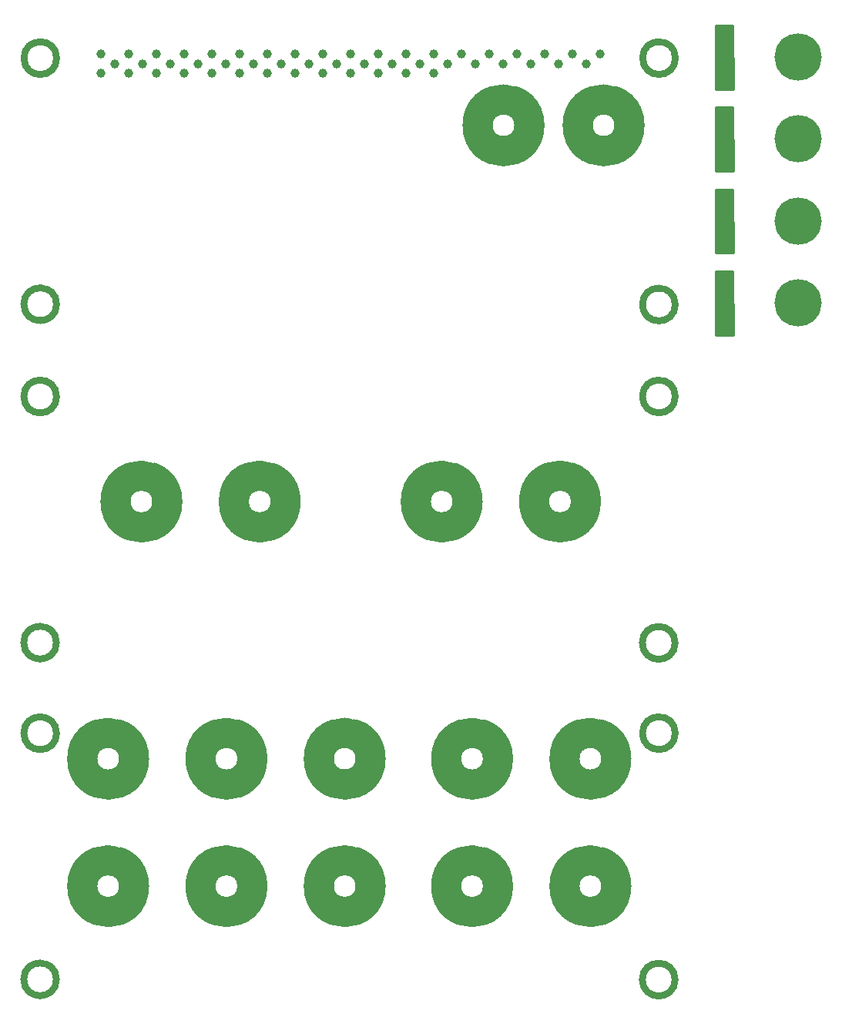
<source format=gbs>
%MOIN*%
%OFA0B0*%
%FSLAX46Y46*%
%IPPOS*%
%LPD*%
%ADD10C,0.005905511811023622*%
%ADD11C,0.031496062992125991*%
%ADD12C,0.11811023622047245*%
%ADD13C,0.027559055118110236*%
%ADD14C,0.053149606299212608*%
%ADD15C,0.03937007874015748*%
%ADD26C,0.005905511811023622*%
%ADD27C,0.20472440944881892*%
%ADD28C,0.01*%
%ADD39C,0.005905511811023622*%
%ADD40C,0.20472440944881892*%
%ADD41C,0.01*%
%ADD52C,0.005905511811023622*%
%ADD53C,0.20472440944881892*%
%ADD54C,0.01*%
%ADD65C,0.005905511811023622*%
%ADD66C,0.20472440944881892*%
%ADD67C,0.01*%
%ADD78C,0.005905511811023622*%
%ADD89C,0.005905511811023622*%
%ADD100C,0.005905511811023622*%
%ADD101C,0.031496062992125991*%
%ADD102C,0.11811023622047245*%
%ADD103C,0.027559055118110236*%
%ADD104C,0.053149606299212608*%
%ADD115C,0.005905511811023622*%
%ADD116C,0.031496062992125991*%
%ADD117C,0.11811023622047245*%
%ADD118C,0.027559055118110236*%
%ADD119C,0.053149606299212608*%
%LPD*%
G01G01G01G01G01G01G01G01*
D10*
D11*
X0002904119Y0004141901D02*
G75*
G03G03G03G03X0002904119Y0004141901I-0000070866D01X0002904119Y0004141901I-0000070866D01X0002904119Y0004141901I-0000070866D01G03G03X0002904119Y0004141901I-0000070866D01G03G03X0002904119Y0004141901I-0000070866D01X0002904119Y0004141901I-0000070866D01X0002904119Y0004141901I-0000070866D01X0002904119Y0004141901I-0000070866D01*
G01G01G01G01G01G01G01G01*
X0002903330Y0003075759D02*
G75*
G03G03G03G03X0002903330Y0003075759I-0000070866D01X0002903330Y0003075759I-0000070866D01X0002903330Y0003075759I-0000070866D01G03G03X0002903330Y0003075759I-0000070866D01G03G03X0002903330Y0003075759I-0000070866D01X0002903330Y0003075759I-0000070866D01X0002903330Y0003075759I-0000070866D01X0002903330Y0003075759I-0000070866D01*
G01G01G01G01G01G01G01G01*
X0000226560Y0003076940D02*
G75*
G03G03G03G03X0000226560Y0003076940I-0000070866D01X0000226560Y0003076940I-0000070866D01X0000226560Y0003076940I-0000070866D01G03G03X0000226560Y0003076940I-0000070866D01G03G03X0000226560Y0003076940I-0000070866D01X0000226560Y0003076940I-0000070866D01X0000226560Y0003076940I-0000070866D01X0000226560Y0003076940I-0000070866D01*
G01G01G01G01G01G01G01G01*
X0000226953Y0004141507D02*
G75*
G03G03G03G03X0000226953Y0004141507I-0000070866D01X0000226953Y0004141507I-0000070866D01X0000226953Y0004141507I-0000070866D01G03G03X0000226953Y0004141507I-0000070866D01G03G03X0000226953Y0004141507I-0000070866D01X0000226953Y0004141507I-0000070866D01X0000226953Y0004141507I-0000070866D01X0000226953Y0004141507I-0000070866D01*
G01G01G01G01G01G01G01G01*
D12*
X0002265151Y0003850810D02*
G75*
G03G03G03G03X0002265151Y0003850810I-0000104724D01X0002265151Y0003850810I-0000104724D01X0002265151Y0003850810I-0000104724D01G03G03X0002265151Y0003850810I-0000104724D01G03G03X0002265151Y0003850810I-0000104724D01X0002265151Y0003850810I-0000104724D01X0002265151Y0003850810I-0000104724D01X0002265151Y0003850810I-0000104724D01*
G01G01G01G01G01G01G01G01*
D13*
X0002275781Y0003923251D02*
X0002275781Y0003777975D01*
D14*
X0002311214Y0003850810D02*
G75*
G03G03G03G03X0002311214Y0003850810I-0000150787D01X0002311214Y0003850810I-0000150787D01X0002311214Y0003850810I-0000150787D01G03G03X0002311214Y0003850810I-0000150787D01G03G03X0002311214Y0003850810I-0000150787D01X0002311214Y0003850810I-0000150787D01X0002311214Y0003850810I-0000150787D01X0002311214Y0003850810I-0000150787D01*
G01G01G01G01G01G01G01G01*
X0002744285Y0003850810D02*
G75*
G03G03G03G03X0002744285Y0003850810I-0000150787D01X0002744285Y0003850810I-0000150787D01X0002744285Y0003850810I-0000150787D01G03G03X0002744285Y0003850810I-0000150787D01G03G03X0002744285Y0003850810I-0000150787D01X0002744285Y0003850810I-0000150787D01X0002744285Y0003850810I-0000150787D01X0002744285Y0003850810I-0000150787D01*
G01G01G01G01G01G01G01G01*
D13*
X0002708852Y0003923251D02*
X0002708852Y0003777975D01*
D12*
X0002698222Y0003850810D02*
G75*
G03G03G03G03X0002698222Y0003850810I-0000104724D01X0002698222Y0003850810I-0000104724D01X0002698222Y0003850810I-0000104724D01G03G03X0002698222Y0003850810I-0000104724D01G03G03X0002698222Y0003850810I-0000104724D01X0002698222Y0003850810I-0000104724D01X0002698222Y0003850810I-0000104724D01X0002698222Y0003850810I-0000104724D01*
G01G01G01G01G01G01G01G01*
D15*
X0001858115Y0004076545D03*
X0001738213Y0004076545D03*
X0001618312Y0004076545D03*
X0001498410Y0004076545D03*
X0001378508Y0004076545D03*
X0001258607Y0004076545D03*
X0001138705Y0004076545D03*
X0001018804Y0004076545D03*
X0000898902Y0004076545D03*
X0000779001Y0004076545D03*
X0000659099Y0004076545D03*
X0000539197Y0004076545D03*
X0000419296Y0004076545D03*
X0000718942Y0004117491D03*
X0000838843Y0004117491D03*
X0000479138Y0004117491D03*
X0001078646Y0004117491D03*
X0000599040Y0004117491D03*
X0000958745Y0004117491D03*
X0001917957Y0004117491D03*
X0001318449Y0004117491D03*
X0001438351Y0004117491D03*
X0001678154Y0004117491D03*
X0001798056Y0004117491D03*
X0001558253Y0004117491D03*
X0001198548Y0004117491D03*
X0002517465Y0004117491D03*
X0002157760Y0004117491D03*
X0002277662Y0004117491D03*
X0002397564Y0004117491D03*
X0002037859Y0004117491D03*
X0002577524Y0004159224D03*
X0002457623Y0004159224D03*
X0002337721Y0004159224D03*
X0002217819Y0004159224D03*
X0002097918Y0004159224D03*
X0001978016Y0004159224D03*
X0001858115Y0004159224D03*
X0001738213Y0004159224D03*
X0001618312Y0004159224D03*
X0001498410Y0004159224D03*
X0001378508Y0004159224D03*
X0001258607Y0004159224D03*
X0001138705Y0004159224D03*
X0001018804Y0004159224D03*
X0000898902Y0004159224D03*
X0000779001Y0004159224D03*
X0000659099Y0004159224D03*
X0000539197Y0004159224D03*
X0000419296Y0004159224D03*
G01G01G01G01G01G01G01G01*
D26*
D27*
X0003070866Y0004291338D02*
X0003435433Y0004146454D03*
D28*
G36*
X0003153921Y0004006967D02*
X0003078883Y0004006967D01*
X0003078123Y0004282795D01*
X0003153163Y0004282795D01*
X0003153921Y0004006967D01*
X0003153921Y0004006967D01*
G37*
X0003153921Y0004006967D02*
X0003078883Y0004006967D01*
X0003078123Y0004282795D01*
X0003153163Y0004282795D01*
X0003153921Y0004006967D01*
G01G01G01G01G01G01G01G01*
D39*
D40*
X0003070866Y0003937007D02*
X0003435433Y0003792125D03*
D41*
G36*
X0003153921Y0003652637D02*
X0003078883Y0003652637D01*
X0003078123Y0003928464D01*
X0003153163Y0003928464D01*
X0003153921Y0003652637D01*
X0003153921Y0003652637D01*
G37*
X0003153921Y0003652637D02*
X0003078883Y0003652637D01*
X0003078123Y0003928464D01*
X0003153163Y0003928464D01*
X0003153921Y0003652637D01*
G01G01G01G01G01G01G01G01*
D52*
D53*
X0003070866Y0003582677D02*
X0003435433Y0003437795D03*
D54*
G36*
X0003153921Y0003298307D02*
X0003078883Y0003298307D01*
X0003078123Y0003574133D01*
X0003153163Y0003574133D01*
X0003153921Y0003298307D01*
X0003153921Y0003298307D01*
G37*
X0003153921Y0003298307D02*
X0003078883Y0003298307D01*
X0003078123Y0003574133D01*
X0003153163Y0003574133D01*
X0003153921Y0003298307D01*
G04 next file*
G01G01G01G01G01G01G01G01*
D65*
D66*
X0003070866Y0003228346D02*
X0003435433Y0003083464D03*
D67*
G36*
X0003153921Y0002943976D02*
X0003078883Y0002943976D01*
X0003078123Y0003219803D01*
X0003153163Y0003219803D01*
X0003153921Y0002943976D01*
X0003153921Y0002943976D01*
G37*
X0003153921Y0002943976D02*
X0003078883Y0002943976D01*
X0003078123Y0003219803D01*
X0003153163Y0003219803D01*
X0003153921Y0002943976D01*
G01G01G01G01G01G01G01G01*
D78*
G04 next file*
G01G01G01G01G01G01G01G01*
D89*
G04 next file*
G01G01G01G01G01G01G01G01G01G01G01G01G01G01G01G01*
D100*
D101*
X0002903543Y0001221259D02*
G75*
G03G03G03G03X0002903543Y0001221259I-0000070866D01X0002903543Y0001221259I-0000070866D01G03G03X0002903543Y0001221259I-0000070866D01G03G03X0002903543Y0001221259I-0000070866D01X0002903543Y0001221259I-0000070866D01X0002903543Y0001221259I-0000070866D01X0002903543Y0001221259I-0000070866D01G03G03G03G03X0002903543Y0001221259I-0000070866D01X0002903543Y0001221259I-0000070866D01X0002903543Y0001221259I-0000070866D01G03G03X0002903543Y0001221259I-0000070866D01G03G03X0002903543Y0001221259I-0000070866D01X0002903543Y0001221259I-0000070866D01X0002903543Y0001221259I-0000070866D01X0002903543Y0001221259I-0000070866D01X0002903543Y0001221259I-0000070866D01*
G01G01G01G01G01G01G01G01G01G01G01G01G01G01G01G01*
X0002902755Y0000155118D02*
G75*
G03G03G03G03X0002902755Y0000155118I-0000070866D01X0002902755Y0000155118I-0000070866D01G03G03X0002902755Y0000155118I-0000070866D01G03G03X0002902755Y0000155118I-0000070866D01X0002902755Y0000155118I-0000070866D01X0002902755Y0000155118I-0000070866D01X0002902755Y0000155118I-0000070866D01G03G03G03G03X0002902755Y0000155118I-0000070866D01X0002902755Y0000155118I-0000070866D01X0002902755Y0000155118I-0000070866D01G03G03X0002902755Y0000155118I-0000070866D01G03G03X0002902755Y0000155118I-0000070866D01X0002902755Y0000155118I-0000070866D01X0002902755Y0000155118I-0000070866D01X0002902755Y0000155118I-0000070866D01X0002902755Y0000155118I-0000070866D01*
G01G01G01G01G01G01G01G01G01G01G01G01G01G01G01G01*
X0000225984Y0000156299D02*
G75*
G03G03G03G03X0000225984Y0000156299I-0000070866D01X0000225984Y0000156299I-0000070866D01G03G03X0000225984Y0000156299I-0000070866D01G03G03X0000225984Y0000156299I-0000070866D01X0000225984Y0000156299I-0000070866D01X0000225984Y0000156299I-0000070866D01X0000225984Y0000156299I-0000070866D01G03G03G03G03X0000225984Y0000156299I-0000070866D01X0000225984Y0000156299I-0000070866D01X0000225984Y0000156299I-0000070866D01G03G03X0000225984Y0000156299I-0000070866D01G03G03X0000225984Y0000156299I-0000070866D01X0000225984Y0000156299I-0000070866D01X0000225984Y0000156299I-0000070866D01X0000225984Y0000156299I-0000070866D01X0000225984Y0000156299I-0000070866D01*
G01G01G01G01G01G01G01G01G01G01G01G01G01G01G01G01*
X0000226377Y0001220866D02*
G75*
G03G03G03G03X0000226377Y0001220866I-0000070866D01X0000226377Y0001220866I-0000070866D01G03G03X0000226377Y0001220866I-0000070866D01G03G03X0000226377Y0001220866I-0000070866D01X0000226377Y0001220866I-0000070866D01X0000226377Y0001220866I-0000070866D01X0000226377Y0001220866I-0000070866D01G03G03G03G03X0000226377Y0001220866I-0000070866D01X0000226377Y0001220866I-0000070866D01X0000226377Y0001220866I-0000070866D01G03G03X0000226377Y0001220866I-0000070866D01G03G03X0000226377Y0001220866I-0000070866D01X0000226377Y0001220866I-0000070866D01X0000226377Y0001220866I-0000070866D01X0000226377Y0001220866I-0000070866D01X0000226377Y0001220866I-0000070866D01*
G01G01G01G01G01G01G01G01G01G01G01G01G01G01G01G01*
D102*
X0002640944Y0000559448D02*
G75*
G03G03G03G03X0002640944Y0000559448I-0000104724D01X0002640944Y0000559448I-0000104724D01G03G03X0002640944Y0000559448I-0000104724D01G03G03X0002640944Y0000559448I-0000104724D01X0002640944Y0000559448I-0000104724D01X0002640944Y0000559448I-0000104724D01X0002640944Y0000559448I-0000104724D01G03G03G03G03X0002640944Y0000559448I-0000104724D01X0002640944Y0000559448I-0000104724D01X0002640944Y0000559448I-0000104724D01G03G03X0002640944Y0000559448I-0000104724D01G03G03X0002640944Y0000559448I-0000104724D01X0002640944Y0000559448I-0000104724D01X0002640944Y0000559448I-0000104724D01X0002640944Y0000559448I-0000104724D01X0002640944Y0000559448I-0000104724D01*
G01G01G01G01G01G01G01G01G01G01G01G01G01G01G01G01*
D103*
X0002651574Y0000631889D02*
X0002651574Y0000486614D01*
D104*
X0002687007Y0000559448D02*
G75*
G03G03G03G03X0002687007Y0000559448I-0000150787D01X0002687007Y0000559448I-0000150787D01G03G03X0002687007Y0000559448I-0000150787D01G03G03X0002687007Y0000559448I-0000150787D01X0002687007Y0000559448I-0000150787D01X0002687007Y0000559448I-0000150787D01X0002687007Y0000559448I-0000150787D01G03G03G03G03X0002687007Y0000559448I-0000150787D01X0002687007Y0000559448I-0000150787D01X0002687007Y0000559448I-0000150787D01G03G03X0002687007Y0000559448I-0000150787D01G03G03X0002687007Y0000559448I-0000150787D01X0002687007Y0000559448I-0000150787D01X0002687007Y0000559448I-0000150787D01X0002687007Y0000559448I-0000150787D01X0002687007Y0000559448I-0000150787D01*
G01G01G01G01G01G01G01G01G01G01G01G01G01G01G01G01*
D102*
X0002129133Y0000559448D02*
G75*
G03G03G03G03X0002129133Y0000559448I-0000104724D01X0002129133Y0000559448I-0000104724D01G03G03X0002129133Y0000559448I-0000104724D01G03G03X0002129133Y0000559448I-0000104724D01X0002129133Y0000559448I-0000104724D01X0002129133Y0000559448I-0000104724D01X0002129133Y0000559448I-0000104724D01G03G03G03G03X0002129133Y0000559448I-0000104724D01X0002129133Y0000559448I-0000104724D01X0002129133Y0000559448I-0000104724D01G03G03X0002129133Y0000559448I-0000104724D01G03G03X0002129133Y0000559448I-0000104724D01X0002129133Y0000559448I-0000104724D01X0002129133Y0000559448I-0000104724D01X0002129133Y0000559448I-0000104724D01X0002129133Y0000559448I-0000104724D01*
G01G01G01G01G01G01G01G01G01G01G01G01G01G01G01G01*
D103*
X0002139763Y0000631889D02*
X0002139763Y0000486614D01*
D104*
X0002175196Y0000559448D02*
G75*
G03G03G03G03X0002175196Y0000559448I-0000150787D01X0002175196Y0000559448I-0000150787D01G03G03X0002175196Y0000559448I-0000150787D01G03G03X0002175196Y0000559448I-0000150787D01X0002175196Y0000559448I-0000150787D01X0002175196Y0000559448I-0000150787D01X0002175196Y0000559448I-0000150787D01G03G03G03G03X0002175196Y0000559448I-0000150787D01X0002175196Y0000559448I-0000150787D01X0002175196Y0000559448I-0000150787D01G03G03X0002175196Y0000559448I-0000150787D01G03G03X0002175196Y0000559448I-0000150787D01X0002175196Y0000559448I-0000150787D01X0002175196Y0000559448I-0000150787D01X0002175196Y0000559448I-0000150787D01X0002175196Y0000559448I-0000150787D01*
G01G01G01G01G01G01G01G01G01G01G01G01G01G01G01G01*
D102*
X0002640944Y0001110629D02*
G75*
G03G03G03G03X0002640944Y0001110629I-0000104724D01X0002640944Y0001110629I-0000104724D01G03G03X0002640944Y0001110629I-0000104724D01G03G03X0002640944Y0001110629I-0000104724D01X0002640944Y0001110629I-0000104724D01X0002640944Y0001110629I-0000104724D01X0002640944Y0001110629I-0000104724D01G03G03G03G03X0002640944Y0001110629I-0000104724D01X0002640944Y0001110629I-0000104724D01X0002640944Y0001110629I-0000104724D01G03G03X0002640944Y0001110629I-0000104724D01G03G03X0002640944Y0001110629I-0000104724D01X0002640944Y0001110629I-0000104724D01X0002640944Y0001110629I-0000104724D01X0002640944Y0001110629I-0000104724D01X0002640944Y0001110629I-0000104724D01*
G01G01G01G01G01G01G01G01G01G01G01G01G01G01G01G01*
D103*
X0002651574Y0001183070D02*
X0002651574Y0001037795D01*
D104*
X0002687007Y0001110629D02*
G75*
G03G03G03G03X0002687007Y0001110629I-0000150787D01X0002687007Y0001110629I-0000150787D01G03G03X0002687007Y0001110629I-0000150787D01G03G03X0002687007Y0001110629I-0000150787D01X0002687007Y0001110629I-0000150787D01X0002687007Y0001110629I-0000150787D01X0002687007Y0001110629I-0000150787D01G03G03G03G03X0002687007Y0001110629I-0000150787D01X0002687007Y0001110629I-0000150787D01X0002687007Y0001110629I-0000150787D01G03G03X0002687007Y0001110629I-0000150787D01G03G03X0002687007Y0001110629I-0000150787D01X0002687007Y0001110629I-0000150787D01X0002687007Y0001110629I-0000150787D01X0002687007Y0001110629I-0000150787D01X0002687007Y0001110629I-0000150787D01*
G01G01G01G01G01G01G01G01G01G01G01G01G01G01G01G01*
D102*
X0002129133Y0001110629D02*
G75*
G03G03G03G03X0002129133Y0001110629I-0000104724D01X0002129133Y0001110629I-0000104724D01G03G03X0002129133Y0001110629I-0000104724D01G03G03X0002129133Y0001110629I-0000104724D01X0002129133Y0001110629I-0000104724D01X0002129133Y0001110629I-0000104724D01X0002129133Y0001110629I-0000104724D01G03G03G03G03X0002129133Y0001110629I-0000104724D01X0002129133Y0001110629I-0000104724D01X0002129133Y0001110629I-0000104724D01G03G03X0002129133Y0001110629I-0000104724D01G03G03X0002129133Y0001110629I-0000104724D01X0002129133Y0001110629I-0000104724D01X0002129133Y0001110629I-0000104724D01X0002129133Y0001110629I-0000104724D01X0002129133Y0001110629I-0000104724D01*
G01G01G01G01G01G01G01G01G01G01G01G01G01G01G01G01*
D103*
X0002139763Y0001183070D02*
X0002139763Y0001037795D01*
D104*
X0002175196Y0001110629D02*
G75*
G03G03G03G03X0002175196Y0001110629I-0000150787D01X0002175196Y0001110629I-0000150787D01G03G03X0002175196Y0001110629I-0000150787D01G03G03X0002175196Y0001110629I-0000150787D01X0002175196Y0001110629I-0000150787D01X0002175196Y0001110629I-0000150787D01X0002175196Y0001110629I-0000150787D01G03G03G03G03X0002175196Y0001110629I-0000150787D01X0002175196Y0001110629I-0000150787D01X0002175196Y0001110629I-0000150787D01G03G03X0002175196Y0001110629I-0000150787D01G03G03X0002175196Y0001110629I-0000150787D01X0002175196Y0001110629I-0000150787D01X0002175196Y0001110629I-0000150787D01X0002175196Y0001110629I-0000150787D01X0002175196Y0001110629I-0000150787D01*
G01G01G01G01G01G01G01G01G01G01G01G01G01G01G01G01*
D102*
X0001577952Y0000559448D02*
G75*
G03G03G03G03X0001577952Y0000559448I-0000104724D01X0001577952Y0000559448I-0000104724D01G03G03X0001577952Y0000559448I-0000104724D01G03G03X0001577952Y0000559448I-0000104724D01X0001577952Y0000559448I-0000104724D01X0001577952Y0000559448I-0000104724D01X0001577952Y0000559448I-0000104724D01G03G03G03G03X0001577952Y0000559448I-0000104724D01X0001577952Y0000559448I-0000104724D01X0001577952Y0000559448I-0000104724D01G03G03X0001577952Y0000559448I-0000104724D01G03G03X0001577952Y0000559448I-0000104724D01X0001577952Y0000559448I-0000104724D01X0001577952Y0000559448I-0000104724D01X0001577952Y0000559448I-0000104724D01X0001577952Y0000559448I-0000104724D01*
G01G01G01G01G01G01G01G01G01G01G01G01G01G01G01G01*
D103*
X0001588582Y0000631889D02*
X0001588582Y0000486614D01*
D104*
X0001624015Y0000559448D02*
G75*
G03G03G03G03X0001624015Y0000559448I-0000150787D01X0001624015Y0000559448I-0000150787D01G03G03X0001624015Y0000559448I-0000150787D01G03G03X0001624015Y0000559448I-0000150787D01X0001624015Y0000559448I-0000150787D01X0001624015Y0000559448I-0000150787D01X0001624015Y0000559448I-0000150787D01G03G03G03G03X0001624015Y0000559448I-0000150787D01X0001624015Y0000559448I-0000150787D01X0001624015Y0000559448I-0000150787D01G03G03X0001624015Y0000559448I-0000150787D01G03G03X0001624015Y0000559448I-0000150787D01X0001624015Y0000559448I-0000150787D01X0001624015Y0000559448I-0000150787D01X0001624015Y0000559448I-0000150787D01X0001624015Y0000559448I-0000150787D01*
G01G01G01G01G01G01G01G01G01G01G01G01G01G01G01G01*
D102*
X0001066141Y0000559448D02*
G75*
G03G03G03G03X0001066141Y0000559448I-0000104724D01X0001066141Y0000559448I-0000104724D01G03G03X0001066141Y0000559448I-0000104724D01G03G03X0001066141Y0000559448I-0000104724D01X0001066141Y0000559448I-0000104724D01X0001066141Y0000559448I-0000104724D01X0001066141Y0000559448I-0000104724D01G03G03G03G03X0001066141Y0000559448I-0000104724D01X0001066141Y0000559448I-0000104724D01X0001066141Y0000559448I-0000104724D01G03G03X0001066141Y0000559448I-0000104724D01G03G03X0001066141Y0000559448I-0000104724D01X0001066141Y0000559448I-0000104724D01X0001066141Y0000559448I-0000104724D01X0001066141Y0000559448I-0000104724D01X0001066141Y0000559448I-0000104724D01*
G01G01G01G01G01G01G01G01G01G01G01G01G01G01G01G01*
D103*
X0001076771Y0000631889D02*
X0001076771Y0000486614D01*
D104*
X0001112204Y0000559448D02*
G75*
G03G03G03G03X0001112204Y0000559448I-0000150787D01X0001112204Y0000559448I-0000150787D01G03G03X0001112204Y0000559448I-0000150787D01G03G03X0001112204Y0000559448I-0000150787D01X0001112204Y0000559448I-0000150787D01X0001112204Y0000559448I-0000150787D01X0001112204Y0000559448I-0000150787D01G03G03G03G03X0001112204Y0000559448I-0000150787D01X0001112204Y0000559448I-0000150787D01X0001112204Y0000559448I-0000150787D01G03G03X0001112204Y0000559448I-0000150787D01G03G03X0001112204Y0000559448I-0000150787D01X0001112204Y0000559448I-0000150787D01X0001112204Y0000559448I-0000150787D01X0001112204Y0000559448I-0000150787D01X0001112204Y0000559448I-0000150787D01*
G01G01G01G01G01G01G01G01G01G01G01G01G01G01G01G01*
D102*
X0000554330Y0000559448D02*
G75*
G03G03G03G03X0000554330Y0000559448I-0000104724D01X0000554330Y0000559448I-0000104724D01G03G03X0000554330Y0000559448I-0000104724D01G03G03X0000554330Y0000559448I-0000104724D01X0000554330Y0000559448I-0000104724D01X0000554330Y0000559448I-0000104724D01X0000554330Y0000559448I-0000104724D01G03G03G03G03X0000554330Y0000559448I-0000104724D01X0000554330Y0000559448I-0000104724D01X0000554330Y0000559448I-0000104724D01G03G03X0000554330Y0000559448I-0000104724D01G03G03X0000554330Y0000559448I-0000104724D01X0000554330Y0000559448I-0000104724D01X0000554330Y0000559448I-0000104724D01X0000554330Y0000559448I-0000104724D01X0000554330Y0000559448I-0000104724D01*
G01G01G01G01G01G01G01G01G01G01G01G01G01G01G01G01*
D103*
X0000564960Y0000631889D02*
X0000564960Y0000486614D01*
D104*
X0000600393Y0000559448D02*
G75*
G03G03G03G03X0000600393Y0000559448I-0000150787D01X0000600393Y0000559448I-0000150787D01G03G03X0000600393Y0000559448I-0000150787D01G03G03X0000600393Y0000559448I-0000150787D01X0000600393Y0000559448I-0000150787D01X0000600393Y0000559448I-0000150787D01X0000600393Y0000559448I-0000150787D01G03G03G03G03X0000600393Y0000559448I-0000150787D01X0000600393Y0000559448I-0000150787D01X0000600393Y0000559448I-0000150787D01G03G03X0000600393Y0000559448I-0000150787D01G03G03X0000600393Y0000559448I-0000150787D01X0000600393Y0000559448I-0000150787D01X0000600393Y0000559448I-0000150787D01X0000600393Y0000559448I-0000150787D01X0000600393Y0000559448I-0000150787D01*
G01G01G01G01G01G01G01G01G01G01G01G01G01G01G01G01*
D102*
X0001577952Y0001110629D02*
G75*
G03G03G03G03X0001577952Y0001110629I-0000104724D01X0001577952Y0001110629I-0000104724D01G03G03X0001577952Y0001110629I-0000104724D01G03G03X0001577952Y0001110629I-0000104724D01X0001577952Y0001110629I-0000104724D01X0001577952Y0001110629I-0000104724D01X0001577952Y0001110629I-0000104724D01G03G03G03G03X0001577952Y0001110629I-0000104724D01X0001577952Y0001110629I-0000104724D01X0001577952Y0001110629I-0000104724D01G03G03X0001577952Y0001110629I-0000104724D01G03G03X0001577952Y0001110629I-0000104724D01X0001577952Y0001110629I-0000104724D01X0001577952Y0001110629I-0000104724D01X0001577952Y0001110629I-0000104724D01X0001577952Y0001110629I-0000104724D01*
G01G01G01G01G01G01G01G01G01G01G01G01G01G01G01G01*
D103*
X0001588582Y0001183070D02*
X0001588582Y0001037795D01*
D104*
X0001624015Y0001110629D02*
G75*
G03G03G03G03X0001624015Y0001110629I-0000150787D01X0001624015Y0001110629I-0000150787D01G03G03X0001624015Y0001110629I-0000150787D01G03G03X0001624015Y0001110629I-0000150787D01X0001624015Y0001110629I-0000150787D01X0001624015Y0001110629I-0000150787D01X0001624015Y0001110629I-0000150787D01G03G03G03G03X0001624015Y0001110629I-0000150787D01X0001624015Y0001110629I-0000150787D01X0001624015Y0001110629I-0000150787D01G03G03X0001624015Y0001110629I-0000150787D01G03G03X0001624015Y0001110629I-0000150787D01X0001624015Y0001110629I-0000150787D01X0001624015Y0001110629I-0000150787D01X0001624015Y0001110629I-0000150787D01X0001624015Y0001110629I-0000150787D01*
G01G01G01G01G01G01G01G01G01G01G01G01G01G01G01G01*
D102*
X0001066141Y0001110629D02*
G75*
G03G03G03G03X0001066141Y0001110629I-0000104724D01X0001066141Y0001110629I-0000104724D01G03G03X0001066141Y0001110629I-0000104724D01G03G03X0001066141Y0001110629I-0000104724D01X0001066141Y0001110629I-0000104724D01X0001066141Y0001110629I-0000104724D01X0001066141Y0001110629I-0000104724D01G03G03G03G03X0001066141Y0001110629I-0000104724D01X0001066141Y0001110629I-0000104724D01X0001066141Y0001110629I-0000104724D01G03G03X0001066141Y0001110629I-0000104724D01G03G03X0001066141Y0001110629I-0000104724D01X0001066141Y0001110629I-0000104724D01X0001066141Y0001110629I-0000104724D01X0001066141Y0001110629I-0000104724D01X0001066141Y0001110629I-0000104724D01*
G01G01G01G01G01G01G01G01G01G01G01G01G01G01G01G01*
D103*
X0001076771Y0001183070D02*
X0001076771Y0001037795D01*
D104*
X0001112204Y0001110629D02*
G75*
G03G03G03G03X0001112204Y0001110629I-0000150787D01X0001112204Y0001110629I-0000150787D01G03G03X0001112204Y0001110629I-0000150787D01G03G03X0001112204Y0001110629I-0000150787D01X0001112204Y0001110629I-0000150787D01X0001112204Y0001110629I-0000150787D01X0001112204Y0001110629I-0000150787D01G03G03G03G03X0001112204Y0001110629I-0000150787D01X0001112204Y0001110629I-0000150787D01X0001112204Y0001110629I-0000150787D01G03G03X0001112204Y0001110629I-0000150787D01G03G03X0001112204Y0001110629I-0000150787D01X0001112204Y0001110629I-0000150787D01X0001112204Y0001110629I-0000150787D01X0001112204Y0001110629I-0000150787D01X0001112204Y0001110629I-0000150787D01*
G01G01G01G01G01G01G01G01G01G01G01G01G01G01G01G01*
D102*
X0000554330Y0001110629D02*
G75*
G03G03G03G03X0000554330Y0001110629I-0000104724D01X0000554330Y0001110629I-0000104724D01G03G03X0000554330Y0001110629I-0000104724D01G03G03X0000554330Y0001110629I-0000104724D01X0000554330Y0001110629I-0000104724D01X0000554330Y0001110629I-0000104724D01X0000554330Y0001110629I-0000104724D01G03G03G03G03X0000554330Y0001110629I-0000104724D01X0000554330Y0001110629I-0000104724D01X0000554330Y0001110629I-0000104724D01G03G03X0000554330Y0001110629I-0000104724D01G03G03X0000554330Y0001110629I-0000104724D01X0000554330Y0001110629I-0000104724D01X0000554330Y0001110629I-0000104724D01X0000554330Y0001110629I-0000104724D01X0000554330Y0001110629I-0000104724D01*
G01G01G01G01G01G01G01G01G01G01G01G01G01G01G01G01*
D103*
X0000564960Y0001183070D02*
X0000564960Y0001037795D01*
D104*
X0000600393Y0001110629D02*
G75*
G03G03G03G03X0000600393Y0001110629I-0000150787D01X0000600393Y0001110629I-0000150787D01G03G03X0000600393Y0001110629I-0000150787D01G03G03X0000600393Y0001110629I-0000150787D01X0000600393Y0001110629I-0000150787D01X0000600393Y0001110629I-0000150787D01X0000600393Y0001110629I-0000150787D01G03G03G03G03X0000600393Y0001110629I-0000150787D01X0000600393Y0001110629I-0000150787D01X0000600393Y0001110629I-0000150787D01G03G03X0000600393Y0001110629I-0000150787D01G03G03X0000600393Y0001110629I-0000150787D01X0000600393Y0001110629I-0000150787D01X0000600393Y0001110629I-0000150787D01X0000600393Y0001110629I-0000150787D01X0000600393Y0001110629I-0000150787D01*
G01G01G01G01G01G01G01G01G01G01G01G01G01G01G01G01*
G04 next file*
G04 #@! TF.FileFunction,Soldermask,Bot*
G04 Gerber Fmt 4.6, Leading zero omitted, Abs format (unit mm)*
G04 Created by KiCad (PCBNEW (2016-09-17 revision 679eef1)-makepkg) date 09/24/16 16:35:10*
G01G01G01G01G01G01G01G01G01G01G01G01G01G01G01G01*
G04 APERTURE LIST*
G04 APERTURE END LIST*
D115*
D116*
X0002903543Y0002677952D02*
G75*
G03G03G03G03X0002903543Y0002677952I-0000070866D01X0002903543Y0002677952I-0000070866D01G03G03X0002903543Y0002677952I-0000070866D01G03G03X0002903543Y0002677952I-0000070866D01X0002903543Y0002677952I-0000070866D01X0002903543Y0002677952I-0000070866D01X0002903543Y0002677952I-0000070866D01G03G03G03G03X0002903543Y0002677952I-0000070866D01X0002903543Y0002677952I-0000070866D01X0002903543Y0002677952I-0000070866D01G03G03X0002903543Y0002677952I-0000070866D01G03G03X0002903543Y0002677952I-0000070866D01X0002903543Y0002677952I-0000070866D01X0002903543Y0002677952I-0000070866D01X0002903543Y0002677952I-0000070866D01X0002903543Y0002677952I-0000070866D01*
G01G01G01G01G01G01G01G01G01G01G01G01G01G01G01G01*
X0002902755Y0001611811D02*
G75*
G03G03G03G03X0002902755Y0001611811I-0000070866D01X0002902755Y0001611811I-0000070866D01G03G03X0002902755Y0001611811I-0000070866D01G03G03X0002902755Y0001611811I-0000070866D01X0002902755Y0001611811I-0000070866D01X0002902755Y0001611811I-0000070866D01X0002902755Y0001611811I-0000070866D01G03G03G03G03X0002902755Y0001611811I-0000070866D01X0002902755Y0001611811I-0000070866D01X0002902755Y0001611811I-0000070866D01G03G03X0002902755Y0001611811I-0000070866D01G03G03X0002902755Y0001611811I-0000070866D01X0002902755Y0001611811I-0000070866D01X0002902755Y0001611811I-0000070866D01X0002902755Y0001611811I-0000070866D01X0002902755Y0001611811I-0000070866D01*
G01G01G01G01G01G01G01G01G01G01G01G01G01G01G01G01*
X0000225984Y0001612992D02*
G75*
G03G03G03G03X0000225984Y0001612992I-0000070866D01X0000225984Y0001612992I-0000070866D01G03G03X0000225984Y0001612992I-0000070866D01G03G03X0000225984Y0001612992I-0000070866D01X0000225984Y0001612992I-0000070866D01X0000225984Y0001612992I-0000070866D01X0000225984Y0001612992I-0000070866D01G03G03G03G03X0000225984Y0001612992I-0000070866D01X0000225984Y0001612992I-0000070866D01X0000225984Y0001612992I-0000070866D01G03G03X0000225984Y0001612992I-0000070866D01G03G03X0000225984Y0001612992I-0000070866D01X0000225984Y0001612992I-0000070866D01X0000225984Y0001612992I-0000070866D01X0000225984Y0001612992I-0000070866D01X0000225984Y0001612992I-0000070866D01*
G01G01G01G01G01G01G01G01G01G01G01G01G01G01G01G01*
X0000226377Y0002677559D02*
G75*
G03G03G03G03X0000226377Y0002677559I-0000070866D01X0000226377Y0002677559I-0000070866D01G03G03X0000226377Y0002677559I-0000070866D01G03G03X0000226377Y0002677559I-0000070866D01X0000226377Y0002677559I-0000070866D01X0000226377Y0002677559I-0000070866D01X0000226377Y0002677559I-0000070866D01G03G03G03G03X0000226377Y0002677559I-0000070866D01X0000226377Y0002677559I-0000070866D01X0000226377Y0002677559I-0000070866D01G03G03X0000226377Y0002677559I-0000070866D01G03G03X0000226377Y0002677559I-0000070866D01X0000226377Y0002677559I-0000070866D01X0000226377Y0002677559I-0000070866D01X0000226377Y0002677559I-0000070866D01X0000226377Y0002677559I-0000070866D01*
G01G01G01G01G01G01G01G01G01G01G01G01G01G01G01G01*
D117*
X0001210236Y0002223228D02*
G75*
G03G03G03G03X0001210236Y0002223228I-0000104724D01X0001210236Y0002223228I-0000104724D01G03G03X0001210236Y0002223228I-0000104724D01G03G03X0001210236Y0002223228I-0000104724D01X0001210236Y0002223228I-0000104724D01X0001210236Y0002223228I-0000104724D01X0001210236Y0002223228I-0000104724D01G03G03G03G03X0001210236Y0002223228I-0000104724D01X0001210236Y0002223228I-0000104724D01X0001210236Y0002223228I-0000104724D01G03G03X0001210236Y0002223228I-0000104724D01G03G03X0001210236Y0002223228I-0000104724D01X0001210236Y0002223228I-0000104724D01X0001210236Y0002223228I-0000104724D01X0001210236Y0002223228I-0000104724D01X0001210236Y0002223228I-0000104724D01*
G01G01G01G01G01G01G01G01G01G01G01G01G01G01G01G01*
D118*
X0001220866Y0002295669D02*
X0001220866Y0002150393D01*
D119*
X0001256299Y0002223228D02*
G75*
G03G03G03G03X0001256299Y0002223228I-0000150787D01X0001256299Y0002223228I-0000150787D01G03G03X0001256299Y0002223228I-0000150787D01G03G03X0001256299Y0002223228I-0000150787D01X0001256299Y0002223228I-0000150787D01X0001256299Y0002223228I-0000150787D01X0001256299Y0002223228I-0000150787D01G03G03G03G03X0001256299Y0002223228I-0000150787D01X0001256299Y0002223228I-0000150787D01X0001256299Y0002223228I-0000150787D01G03G03X0001256299Y0002223228I-0000150787D01G03G03X0001256299Y0002223228I-0000150787D01X0001256299Y0002223228I-0000150787D01X0001256299Y0002223228I-0000150787D01X0001256299Y0002223228I-0000150787D01X0001256299Y0002223228I-0000150787D01*
G01G01G01G01G01G01G01G01G01G01G01G01G01G01G01G01*
D117*
X0000698425Y0002223228D02*
G75*
G03G03G03G03X0000698425Y0002223228I-0000104724D01X0000698425Y0002223228I-0000104724D01G03G03X0000698425Y0002223228I-0000104724D01G03G03X0000698425Y0002223228I-0000104724D01X0000698425Y0002223228I-0000104724D01X0000698425Y0002223228I-0000104724D01X0000698425Y0002223228I-0000104724D01G03G03G03G03X0000698425Y0002223228I-0000104724D01X0000698425Y0002223228I-0000104724D01X0000698425Y0002223228I-0000104724D01G03G03X0000698425Y0002223228I-0000104724D01G03G03X0000698425Y0002223228I-0000104724D01X0000698425Y0002223228I-0000104724D01X0000698425Y0002223228I-0000104724D01X0000698425Y0002223228I-0000104724D01X0000698425Y0002223228I-0000104724D01*
G01G01G01G01G01G01G01G01G01G01G01G01G01G01G01G01*
D118*
X0000709055Y0002295669D02*
X0000709055Y0002150393D01*
D119*
X0000744488Y0002223228D02*
G75*
G03G03G03G03X0000744488Y0002223228I-0000150787D01X0000744488Y0002223228I-0000150787D01G03G03X0000744488Y0002223228I-0000150787D01G03G03X0000744488Y0002223228I-0000150787D01X0000744488Y0002223228I-0000150787D01X0000744488Y0002223228I-0000150787D01X0000744488Y0002223228I-0000150787D01G03G03G03G03X0000744488Y0002223228I-0000150787D01X0000744488Y0002223228I-0000150787D01X0000744488Y0002223228I-0000150787D01G03G03X0000744488Y0002223228I-0000150787D01G03G03X0000744488Y0002223228I-0000150787D01X0000744488Y0002223228I-0000150787D01X0000744488Y0002223228I-0000150787D01X0000744488Y0002223228I-0000150787D01X0000744488Y0002223228I-0000150787D01*
G01G01G01G01G01G01G01G01G01G01G01G01G01G01G01G01*
D117*
X0002509448Y0002223228D02*
G75*
G03G03G03G03X0002509448Y0002223228I-0000104724D01X0002509448Y0002223228I-0000104724D01G03G03X0002509448Y0002223228I-0000104724D01G03G03X0002509448Y0002223228I-0000104724D01X0002509448Y0002223228I-0000104724D01X0002509448Y0002223228I-0000104724D01X0002509448Y0002223228I-0000104724D01G03G03G03G03X0002509448Y0002223228I-0000104724D01X0002509448Y0002223228I-0000104724D01X0002509448Y0002223228I-0000104724D01G03G03X0002509448Y0002223228I-0000104724D01G03G03X0002509448Y0002223228I-0000104724D01X0002509448Y0002223228I-0000104724D01X0002509448Y0002223228I-0000104724D01X0002509448Y0002223228I-0000104724D01X0002509448Y0002223228I-0000104724D01*
G01G01G01G01G01G01G01G01G01G01G01G01G01G01G01G01*
D118*
X0002520078Y0002295669D02*
X0002520078Y0002150393D01*
D119*
X0002555511Y0002223228D02*
G75*
G03G03G03G03X0002555511Y0002223228I-0000150787D01X0002555511Y0002223228I-0000150787D01G03G03X0002555511Y0002223228I-0000150787D01G03G03X0002555511Y0002223228I-0000150787D01X0002555511Y0002223228I-0000150787D01X0002555511Y0002223228I-0000150787D01X0002555511Y0002223228I-0000150787D01G03G03G03G03X0002555511Y0002223228I-0000150787D01X0002555511Y0002223228I-0000150787D01X0002555511Y0002223228I-0000150787D01G03G03X0002555511Y0002223228I-0000150787D01G03G03X0002555511Y0002223228I-0000150787D01X0002555511Y0002223228I-0000150787D01X0002555511Y0002223228I-0000150787D01X0002555511Y0002223228I-0000150787D01X0002555511Y0002223228I-0000150787D01*
G01G01G01G01G01G01G01G01G01G01G01G01G01G01G01G01*
D117*
X0001997637Y0002223228D02*
G75*
G03G03G03G03X0001997637Y0002223228I-0000104724D01X0001997637Y0002223228I-0000104724D01G03G03X0001997637Y0002223228I-0000104724D01G03G03X0001997637Y0002223228I-0000104724D01X0001997637Y0002223228I-0000104724D01X0001997637Y0002223228I-0000104724D01X0001997637Y0002223228I-0000104724D01G03G03G03G03X0001997637Y0002223228I-0000104724D01X0001997637Y0002223228I-0000104724D01X0001997637Y0002223228I-0000104724D01G03G03X0001997637Y0002223228I-0000104724D01G03G03X0001997637Y0002223228I-0000104724D01X0001997637Y0002223228I-0000104724D01X0001997637Y0002223228I-0000104724D01X0001997637Y0002223228I-0000104724D01X0001997637Y0002223228I-0000104724D01*
G01G01G01G01G01G01G01G01G01G01G01G01G01G01G01G01*
D118*
X0002008267Y0002295669D02*
X0002008267Y0002150393D01*
D119*
X0002043699Y0002223228D02*
G75*
G03G03G03G03X0002043699Y0002223228I-0000150787D01X0002043699Y0002223228I-0000150787D01G03G03X0002043699Y0002223228I-0000150787D01G03G03X0002043699Y0002223228I-0000150787D01X0002043699Y0002223228I-0000150787D01X0002043699Y0002223228I-0000150787D01X0002043699Y0002223228I-0000150787D01G03G03G03G03X0002043699Y0002223228I-0000150787D01X0002043699Y0002223228I-0000150787D01X0002043699Y0002223228I-0000150787D01G03G03X0002043699Y0002223228I-0000150787D01G03G03X0002043699Y0002223228I-0000150787D01X0002043699Y0002223228I-0000150787D01X0002043699Y0002223228I-0000150787D01X0002043699Y0002223228I-0000150787D01X0002043699Y0002223228I-0000150787D01*
G01G01G01G01G01G01G01G01G01G01G01G01G01G01G01G01*
M02*
</source>
